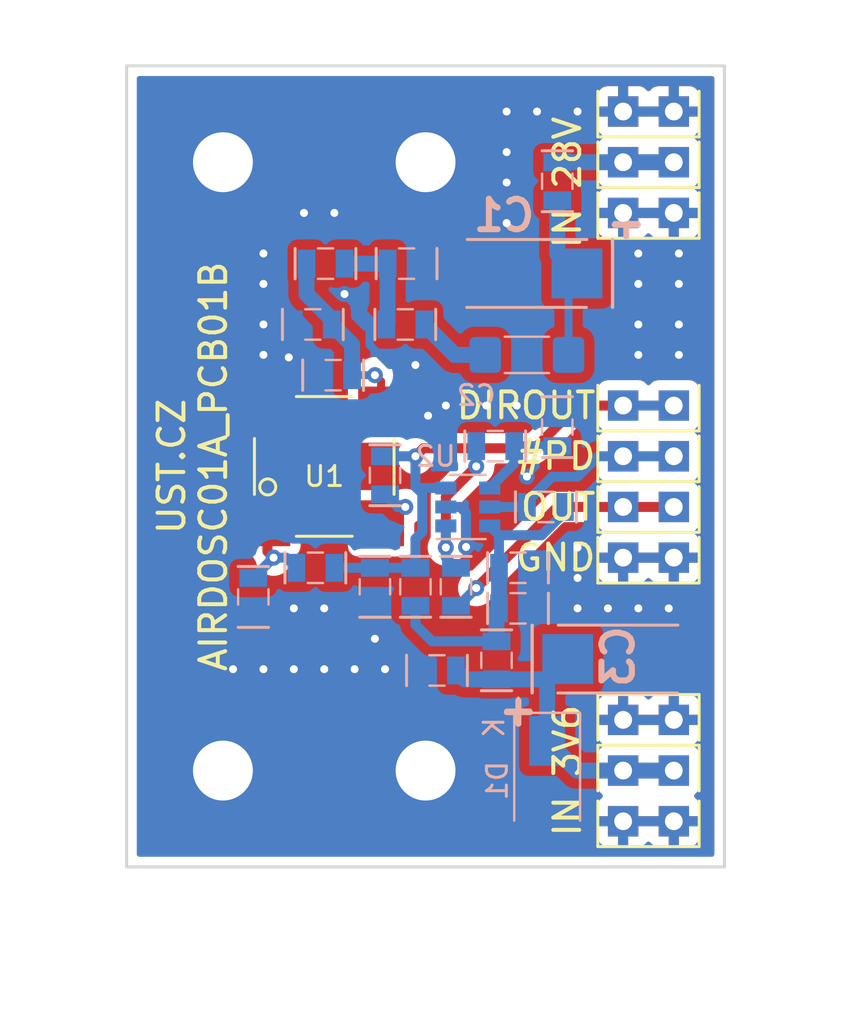
<source format=kicad_pcb>
(kicad_pcb (version 20201002) (generator pcbnew)
  (layers (0 "F.Cu" signal) (31 "B.Cu" signal) (34 "B.Paste" user) (35 "F.Paste" user) (36 "B.SilkS" user "B.Silkscreen") (37 "F.SilkS" user "F.Silkscreen") (38 "B.Mask" user) (39 "F.Mask" user) (44 "Edge.Cuts" user))
  (net 0 "")
  (net 1 "Net-(C1-Pad1)")
  (net 2 "GND")
  (net 3 "Net-(C2-Pad3)")
  (net 4 "/+3V6")
  (net 5 "Net-(C5-Pad1)")
  (net 6 "Net-(C6-Pad1)")
  (net 7 "+3V3")
  (net 8 "/DIRECT_OUT")
  (net 9 "Net-(C10-Pad2)")
  (net 10 "+28V")
  (net 11 "/OUT")
  (net 12 "/#PD")
  (net 13 "Net-(R6-Pad1)")
  (net 14 "Net-(R10-Pad2)")
  (net 15 "Net-(R10-Pad1)")
  (module "Mlab_Mechanical:MountingHole_3mm" (layer "F.Cu") (at 5.207 -5.08)
    (fp_text reference "M2" hide)
    (fp_text value "HOLE" hide)
    (pad "1" thru_hole circle (at 0 0) (size 6 6) (drill 3) (layers *.Cu *.Adhes *.Mask) (net 2 "GND") (clearance 1))
  )
  (module "Mlab_Mechanical:MountingHole_3mm" (layer "F.Cu") (at 5.207 -35.56)
    (fp_text reference "M3" hide)
    (fp_text value "HOLE" hide)
    (pad "1" thru_hole circle (at 0 0) (size 6 6) (drill 3) (layers *.Cu *.Adhes *.Mask) (net 2 "GND") (clearance 1))
  )
  (module "Mlab_Pin_Headers:Straight_2x01" (layer "F.Cu") (at 26.543 -20.828)
    (fp_text reference "J10" hide)
    (fp_text value "HEADER_2x01_PARALLEL" hide)
    (fp_line (start 2.54 -1.016) (end 2.54 1.27) (layer "F.SilkS") (width 0.15))
    (fp_line (start 2.54 1.27) (end -2.54 1.27) (layer "F.SilkS") (width 0.15))
    (fp_line (start -2.54 1.27) (end -2.54 -1.016) (layer "F.SilkS") (width 0.15))
    (pad "1" thru_hole rect (at -1.27 0) (size 1.524 1.524) (drill 0.889) (layers *.Cu *.Mask) (net 12 "/#PD"))
    (pad "2" thru_hole rect (at 1.27 0) (size 1.524 1.524) (drill 0.889) (layers *.Cu *.Mask) (net 12 "/#PD"))
  )
  (module "Mlab_Pin_Headers:Straight_2x01" (layer "F.Cu") (at 26.543 -18.288)
    (fp_text reference "J8" hide)
    (fp_text value "HEADER_2x01_PARALLEL" hide)
    (fp_line (start -2.54 1.27) (end -2.54 -1.016) (layer "F.SilkS") (width 0.15))
    (fp_line (start 2.54 1.27) (end -2.54 1.27) (layer "F.SilkS") (width 0.15))
    (fp_line (start 2.54 -1.016) (end 2.54 1.27) (layer "F.SilkS") (width 0.15))
    (pad "1" thru_hole rect (at -1.27 0) (size 1.524 1.524) (drill 0.889) (layers *.Cu *.Mask) (net 11 "/OUT"))
    (pad "2" thru_hole rect (at 1.27 0) (size 1.524 1.524) (drill 0.889) (layers *.Cu *.Mask) (net 11 "/OUT"))
  )
  (module "Mlab_Pin_Headers:Straight_2x01" (layer "F.Cu") (at 26.543 -2.54)
    (fp_text reference "J4" hide)
    (fp_text value "HEADER_2x01_PARALLEL" hide)
    (fp_line (start 2.54 -1.016) (end 2.54 1.27) (layer "F.SilkS") (width 0.15))
    (fp_line (start 2.54 1.27) (end -2.54 1.27) (layer "F.SilkS") (width 0.15))
    (fp_line (start -2.54 1.27) (end -2.54 -1.016) (layer "F.SilkS") (width 0.15))
    (pad "1" thru_hole rect (at -1.27 0) (size 1.524 1.524) (drill 0.889) (layers *.Cu *.Mask) (net 2 "GND"))
    (pad "2" thru_hole rect (at 1.27 0) (size 1.524 1.524) (drill 0.889) (layers *.Cu *.Mask) (net 2 "GND"))
  )
  (module "Mlab_Pin_Headers:Straight_2x01" (layer "F.Cu") (at 26.543 -15.748)
    (fp_text reference "J9" hide)
    (fp_text value "HEADER_2x01_PARALLEL" hide)
    (fp_line (start 2.54 1.27) (end -2.54 1.27) (layer "F.SilkS") (width 0.15))
    (fp_line (start 2.54 -1.016) (end 2.54 1.27) (layer "F.SilkS") (width 0.15))
    (fp_line (start -2.54 1.27) (end -2.54 -1.016) (layer "F.SilkS") (width 0.15))
    (pad "1" thru_hole rect (at -1.27 0) (size 1.524 1.524) (drill 0.889) (layers *.Cu *.Mask) (net 2 "GND"))
    (pad "2" thru_hole rect (at 1.27 0) (size 1.524 1.524) (drill 0.889) (layers *.Cu *.Mask) (net 2 "GND"))
  )
  (module "Mlab_IO:MicroFC−60035−SMT" (layer "F.Cu") (at 10.287 -20.32)
    (fp_text reference "U1" (at 0 0.5) (layer "F.SilkS"))
    (fp_text value "MICROFC-60035-SMT-TR(1)" hide)
    (fp_line (start -3.5 1.4) (end -3.5 -1.4) (layer "F.SilkS") (width 0.15))
    (fp_line (start 3.5 -1.4) (end 3.5 1.4) (layer "F.SilkS") (width 0.15))
    (fp_line (start 1.4 3.5) (end -1.4 3.5) (layer "F.SilkS") (width 0.15))
    (fp_line (start -1.4 -3.5) (end 1.4 -3.5) (layer "F.SilkS") (width 0.15))
    (fp_circle (center -2.8321 1.0287) (end -2.5019 1.2573) (layer "F.SilkS") (width 0.15))
    (pad "1" smd trapezoid (at -2.85 2.85) (size 2.3 2.3) (layers "F.Cu" "F.Paste" "F.Mask") (net 9 "Net-(C10-Pad2)"))
    (pad "2" smd trapezoid (at 2.85 2.85 90) (size 2.3 2.3) (layers "F.Cu" "F.Paste" "F.Mask") (net 13 "Net-(R6-Pad1)"))
    (pad "3" smd trapezoid (at 2.85 -2.85 180) (size 2.3 2.3) (layers "F.Cu" "F.Paste" "F.Mask") (net 6 "Net-(C6-Pad1)"))
    (pad "4" smd trapezoid (at -2.85 -2.85 270) (size 2.3 2.3) (layers "F.Cu" "F.Paste" "F.Mask"))
  )
  (module "Mlab_Pin_Headers:Straight_2x01" (layer "F.Cu") (at 26.543 -33.02)
    (fp_text reference "J1" hide)
    (fp_text value "HEADER_2x01_PARALLEL" hide)
    (fp_line (start -2.54 1.27) (end -2.54 -1.016) (layer "F.SilkS") (width 0.15))
    (fp_line (start 2.54 -1.016) (end 2.54 1.27) (layer "F.SilkS") (width 0.15))
    (fp_line (start 2.54 1.27) (end -2.54 1.27) (layer "F.SilkS") (width 0.15))
    (pad "1" thru_hole rect (at -1.27 0) (size 1.524 1.524) (drill 0.889) (layers *.Cu *.Mask) (net 2 "GND"))
    (pad "2" thru_hole rect (at 1.27 0) (size 1.524 1.524) (drill 0.889) (layers *.Cu *.Mask) (net 2 "GND"))
  )
  (module "Mlab_Pin_Headers:Straight_2x01" (layer "F.Cu") (at 26.543 -35.56)
    (fp_text reference "J2" hide)
    (fp_text value "HEADER_2x01_PARALLEL" hide)
    (fp_line (start -2.54 1.27) (end -2.54 -1.016) (layer "F.SilkS") (width 0.15))
    (fp_line (start 2.54 -1.016) (end 2.54 1.27) (layer "F.SilkS") (width 0.15))
    (fp_line (start 2.54 1.27) (end -2.54 1.27) (layer "F.SilkS") (width 0.15))
    (pad "1" thru_hole rect (at -1.27 0) (size 1.524 1.524) (drill 0.889) (layers *.Cu *.Mask) (net 10 "+28V"))
    (pad "2" thru_hole rect (at 1.27 0) (size 1.524 1.524) (drill 0.889) (layers *.Cu *.Mask) (net 10 "+28V"))
  )
  (module "Mlab_Pin_Headers:Straight_2x01" (layer "F.Cu") (at 26.543 -38.1)
    (fp_text reference "J3" hide)
    (fp_text value "HEADER_2x01_PARALLEL" hide)
    (fp_line (start 2.54 -1.016) (end 2.54 1.27) (layer "F.SilkS") (width 0.15))
    (fp_line (start 2.54 1.27) (end -2.54 1.27) (layer "F.SilkS") (width 0.15))
    (fp_line (start -2.54 1.27) (end -2.54 -1.016) (layer "F.SilkS") (width 0.15))
    (pad "1" thru_hole rect (at -1.27 0) (size 1.524 1.524) (drill 0.889) (layers *.Cu *.Mask) (net 2 "GND"))
    (pad "2" thru_hole rect (at 1.27 0) (size 1.524 1.524) (drill 0.889) (layers *.Cu *.Mask) (net 2 "GND"))
  )
  (module "Mlab_Pin_Headers:Straight_2x01" (layer "F.Cu") (at 26.543 -5.08 180)
    (fp_text reference "J5" hide)
    (fp_text value "HEADER_2x01_PARALLEL" hide)
    (fp_line (start -2.54 1.27) (end -2.54 -1.016) (layer "F.SilkS") (width 0.15))
    (fp_line (start 2.54 -1.016) (end 2.54 1.27) (layer "F.SilkS") (width 0.15))
    (fp_line (start 2.54 1.27) (end -2.54 1.27) (layer "F.SilkS") (width 0.15))
    (pad "1" thru_hole rect (at -1.27 0 180) (size 1.524 1.524) (drill 0.889) (layers *.Cu *.Mask) (net 4 "/+3V6"))
    (pad "2" thru_hole rect (at 1.27 0 180) (size 1.524 1.524) (drill 0.889) (layers *.Cu *.Mask) (net 4 "/+3V6"))
  )
  (module "Mlab_Pin_Headers:Straight_2x01" (layer "F.Cu") (at 26.543 -7.62 180)
    (fp_text reference "J6" hide)
    (fp_text value "HEADER_2x01_PARALLEL" hide)
    (fp_line (start 2.54 1.27) (end -2.54 1.27) (layer "F.SilkS") (width 0.15))
    (fp_line (start -2.54 1.27) (end -2.54 -1.016) (layer "F.SilkS") (width 0.15))
    (fp_line (start 2.54 -1.016) (end 2.54 1.27) (layer "F.SilkS") (width 0.15))
    (pad "1" thru_hole rect (at -1.27 0 180) (size 1.524 1.524) (drill 0.889) (layers *.Cu *.Mask) (net 2 "GND"))
    (pad "2" thru_hole rect (at 1.27 0 180) (size 1.524 1.524) (drill 0.889) (layers *.Cu *.Mask) (net 2 "GND"))
  )
  (module "Mlab_Pin_Headers:Straight_2x01" (layer "F.Cu") (at 26.543 -23.368)
    (fp_text reference "J7" hide)
    (fp_text value "HEADER_2x01_PARALLEL" hide)
    (fp_line (start -2.54 1.27) (end -2.54 -1.016) (layer "F.SilkS") (width 0.15))
    (fp_line (start 2.54 -1.016) (end 2.54 1.27) (layer "F.SilkS") (width 0.15))
    (fp_line (start 2.54 1.27) (end -2.54 1.27) (layer "F.SilkS") (width 0.15))
    (pad "1" thru_hole rect (at -1.27 0) (size 1.524 1.524) (drill 0.889) (layers *.Cu *.Mask) (net 8 "/DIRECT_OUT"))
    (pad "2" thru_hole rect (at 1.27 0) (size 1.524 1.524) (drill 0.889) (layers *.Cu *.Mask) (net 8 "/DIRECT_OUT"))
  )
  (module "Mlab_Mechanical:MountingHole_3mm" (layer "F.Cu") (at 15.367 -5.08)
    (fp_text reference "M1" hide)
    (fp_text value "HOLE" hide)
    (pad "1" thru_hole circle (at 0 0) (size 6 6) (drill 3) (layers *.Cu *.Adhes *.Mask) (net 2 "GND") (clearance 1))
  )
  (module "Mlab_Mechanical:MountingHole_3mm" (layer "F.Cu") (at 15.367 -35.56)
    (fp_text reference "M4" hide)
    (fp_text value "HOLE" hide)
    (pad "1" thru_hole circle (at 0 0) (size 6 6) (drill 3) (layers *.Cu *.Adhes *.Mask) (net 2 "GND") (clearance 1))
  )
  (module "Mlab_R:SMD-0805" (layer "B.Cu") (at 14.4145 -30.48)
    (fp_text reference "C5")
    (fp_text value "100nF")
    (fp_line (start 1.524 0.762) (end 1.524 -0.762) (layer "B.SilkS") (width 0.15))
    (fp_line (start -0.381 -0.762) (end 0.381 -0.762) (layer "B.SilkS") (width 0.12))
    (fp_line (start -1.524 -0.762) (end -1.524 0.762) (layer "B.SilkS") (width 0.15))
    (fp_line (start -0.381 0.762) (end 0.381 0.762) (layer "B.SilkS") (width 0.12))
    (pad "1" smd rect (at -0.9525 0) (size 0.889 1.397) (layers "B.Cu" "B.Paste" "B.Mask") (net 5 "Net-(C5-Pad1)"))
    (pad "2" smd rect (at 0.9525 0) (size 0.889 1.397) (layers "B.Cu" "B.Paste" "B.Mask") (net 2 "GND"))
  )
  (module "Mlab_R:SMD-0805" (layer "B.Cu") (at 18.8595 -21.336)
    (fp_text reference "R10")
    (fp_text value "1k")
    (fp_line (start -0.381 -0.762) (end 0.381 -0.762) (layer "B.SilkS") (width 0.12))
    (fp_line (start 1.524 0.762) (end 1.524 -0.762) (layer "B.SilkS") (width 0.15))
    (fp_line (start -0.381 0.762) (end 0.381 0.762) (layer "B.SilkS") (width 0.12))
    (fp_line (start -1.524 -0.762) (end -1.524 0.762) (layer "B.SilkS") (width 0.15))
    (pad "1" smd rect (at -0.9525 0) (size 0.889 1.397) (layers "B.Cu" "B.Paste" "B.Mask") (net 15 "Net-(R10-Pad1)"))
    (pad "2" smd rect (at 0.9525 0) (size 0.889 1.397) (layers "B.Cu" "B.Paste" "B.Mask") (net 14 "Net-(R10-Pad2)"))
  )
  (module "Mlab_R:SMD-0805" (layer "B.Cu") (at 18.923 -10.6045 -90)
    (fp_text reference "R3")
    (fp_text value "100R")
    (fp_line (start -1.524 -0.762) (end -1.524 0.762) (layer "B.SilkS") (width 0.15))
    (fp_line (start -0.381 -0.762) (end 0.381 -0.762) (layer "B.SilkS") (width 0.12))
    (fp_line (start 1.524 0.762) (end 1.524 -0.762) (layer "B.SilkS") (width 0.15))
    (fp_line (start -0.381 0.762) (end 0.381 0.762) (layer "B.SilkS") (width 0.12))
    (pad "1" smd rect (at -0.9525 0 270) (size 0.889 1.397) (layers "B.Cu" "B.Paste" "B.Mask") (net 7 "+3V3"))
    (pad "2" smd rect (at 0.9525 0 270) (size 0.889 1.397) (layers "B.Cu" "B.Paste" "B.Mask") (net 4 "/+3V6"))
  )
  (module "Mlab_R:SMD-0805" (layer "B.Cu") (at 15.9385 -10.0965 180)
    (fp_text reference "C4")
    (fp_text value "10u")
    (fp_line (start -0.381 0.762) (end 0.381 0.762) (layer "B.SilkS") (width 0.12))
    (fp_line (start 1.524 0.762) (end 1.524 -0.762) (layer "B.SilkS") (width 0.15))
    (fp_line (start -1.524 -0.762) (end -1.524 0.762) (layer "B.SilkS") (width 0.15))
    (fp_line (start -0.381 -0.762) (end 0.381 -0.762) (layer "B.SilkS") (width 0.12))
    (pad "1" smd rect (at -0.9525 0 180) (size 0.889 1.397) (layers "B.Cu" "B.Paste" "B.Mask") (net 4 "/+3V6"))
    (pad "2" smd rect (at 0.9525 0 180) (size 0.889 1.397) (layers "B.Cu" "B.Paste" "B.Mask") (net 2 "GND"))
  )
  (module "Mlab_D:Diode-SMA_Standard" (layer "B.Cu") (at 21.463 -4.572 -90)
    (fp_text reference "D1" (at 0 2.5 -90) (layer "B.SilkS") (effects (justify mirror)))
    (fp_text value "M4" hide)
    (fp_text user "K" (at -2.667 2.667 -90) (layer "B.SilkS") (effects (justify mirror)))
    (fp_line (start -3.4 1.65) (end -3.4 -1.65) (layer "B.SilkS") (width 0.12))
    (fp_line (start -3.4 1.65) (end 2 1.65) (layer "B.SilkS") (width 0.12))
    (fp_line (start -3.4 -1.65) (end 2 -1.65) (layer "B.SilkS") (width 0.12))
    (pad "1" smd rect (at -2 0 270) (size 2.5 1.8) (layers "B.Cu" "B.Paste" "B.Mask") (net 4 "/+3V6"))
    (pad "2" smd rect (at 2 0 270) (size 2.5 1.8) (layers "B.Cu" "B.Paste" "B.Mask") (net 2 "GND"))
  )
  (module "Mlab_R:SMD-0805" (layer "B.Cu") (at 20.0025 -13.208)
    (fp_text reference "C7")
    (fp_text value "10u")
    (fp_line (start -0.381 0.762) (end 0.381 0.762) (layer "B.SilkS") (width 0.12))
    (fp_line (start -1.524 -0.762) (end -1.524 0.762) (layer "B.SilkS") (width 0.15))
    (fp_line (start 1.524 0.762) (end 1.524 -0.762) (layer "B.SilkS") (width 0.15))
    (fp_line (start -0.381 -0.762) (end 0.381 -0.762) (layer "B.SilkS") (width 0.12))
    (pad "1" smd rect (at -0.9525 0) (size 0.889 1.397) (layers "B.Cu" "B.Paste" "B.Mask") (net 7 "+3V3"))
    (pad "2" smd rect (at 0.9525 0) (size 0.889 1.397) (layers "B.Cu" "B.Paste" "B.Mask") (net 2 "GND"))
  )
  (module "Mlab_C:TantalC_SizeC_Reflow" (layer "B.Cu") (at 25.019 -10.668)
    (fp_text reference "C3" (at 0 -0.127 90) (layer "B.SilkS") (effects (font (size 1.524 1.524) (thickness 0.3048)) (justify mirror)))
    (fp_text value "47uF" hide)
    (fp_text user "+" (at -4.99872 2.55016) (layer "B.SilkS") (effects (font (size 1.524 1.524) (thickness 0.3048)) (justify mirror)))
    (fp_line (start -4.30022 1.69926) (end -4.30022 -1.69926) (layer "B.SilkS") (width 0.15))
    (fp_line (start 2.97688 1.7018) (end -3.0226 1.7018) (layer "B.SilkS") (width 0.15))
    (fp_line (start -4.318 1.7018) (end -4.318 -1.69672) (layer "B.SilkS") (width 0.15))
    (fp_line (start 2.99974 -1.69926) (end -2.99974 -1.69926) (layer "B.SilkS") (width 0.15))
    (fp_line (start -5.6007 2.5527) (end -4.40182 2.5527) (layer "B.SilkS") (width 0.15))
    (fp_line (start -5.00126 3.05308) (end -5.00126 1.95326) (layer "B.SilkS") (width 0.15))
    (pad "1" smd rect (at -2.52476 0) (size 2.55016 2.49936) (layers "B.Cu" "B.Paste" "B.Mask") (net 4 "/+3V6"))
    (pad "2" smd rect (at 2.52476 0) (size 2.55016 2.49936) (layers "B.Cu" "B.Paste" "B.Mask") (net 2 "GND"))
  )
  (module "Mlab_R:SMD-0805" (layer "B.Cu") (at 20.0025 -15.24)
    (fp_text reference "C8")
    (fp_text value "100nF")
    (fp_line (start -0.381 0.762) (end 0.381 0.762) (layer "B.SilkS") (width 0.12))
    (fp_line (start 1.524 0.762) (end 1.524 -0.762) (layer "B.SilkS") (width 0.15))
    (fp_line (start -1.524 -0.762) (end -1.524 0.762) (layer "B.SilkS") (width 0.15))
    (fp_line (start -0.381 -0.762) (end 0.381 -0.762) (layer "B.SilkS") (width 0.12))
    (pad "1" smd rect (at -0.9525 0) (size 0.889 1.397) (layers "B.Cu" "B.Paste" "B.Mask") (net 7 "+3V3"))
    (pad "2" smd rect (at 0.9525 0) (size 0.889 1.397) (layers "B.Cu" "B.Paste" "B.Mask") (net 2 "GND"))
  )
  (module "Mlab_R:SMD-0805" (layer "B.Cu") (at 14.351 -27.432)
    (fp_text reference "R2")
    (fp_text value "10R")
    (fp_line (start -1.524 -0.762) (end -1.524 0.762) (layer "B.SilkS") (width 0.15))
    (fp_line (start -0.381 -0.762) (end 0.381 -0.762) (layer "B.SilkS") (width 0.12))
    (fp_line (start 1.524 0.762) (end 1.524 -0.762) (layer "B.SilkS") (width 0.15))
    (fp_line (start -0.381 0.762) (end 0.381 0.762) (layer "B.SilkS") (width 0.12))
    (pad "1" smd rect (at -0.9525 0) (size 0.889 1.397) (layers "B.Cu" "B.Paste" "B.Mask") (net 5 "Net-(C5-Pad1)"))
    (pad "2" smd rect (at 0.9525 0) (size 0.889 1.397) (layers "B.Cu" "B.Paste" "B.Mask") (net 3 "Net-(C2-Pad3)"))
  )
  (module "Mlab_R:SMD-0805" (layer "B.Cu") (at 9.7155 -27.432 180)
    (fp_text reference "C6")
    (fp_text value "10nF")
    (fp_line (start -0.381 -0.762) (end 0.381 -0.762) (layer "B.SilkS") (width 0.12))
    (fp_line (start 1.524 0.762) (end 1.524 -0.762) (layer "B.SilkS") (width 0.15))
    (fp_line (start -1.524 -0.762) (end -1.524 0.762) (layer "B.SilkS") (width 0.15))
    (fp_line (start -0.381 0.762) (end 0.381 0.762) (layer "B.SilkS") (width 0.12))
    (pad "1" smd rect (at -0.9525 0 180) (size 0.889 1.397) (layers "B.Cu" "B.Paste" "B.Mask") (net 6 "Net-(C6-Pad1)"))
    (pad "2" smd rect (at 0.9525 0 180) (size 0.889 1.397) (layers "B.Cu" "B.Paste" "B.Mask") (net 2 "GND"))
  )
  (module "Mlab_C:TantalC_SizeC_Reflow" (layer "B.Cu") (at 20.43176 -29.98724 180)
    (fp_text reference "C1" (at 1.12776 2.90576 180) (layer "B.SilkS") (effects (font (size 1.524 1.524) (thickness 0.3048)) (justify mirror)))
    (fp_text value "15uF/35V" hide)
    (fp_text user "+" (at -4.99872 2.55016 180) (layer "B.SilkS") (effects (font (size 1.524 1.524) (thickness 0.3048)) (justify mirror)))
    (fp_line (start 2.99974 -1.69926) (end -2.99974 -1.69926) (layer "B.SilkS") (width 0.15))
    (fp_line (start -4.318 1.7018) (end -4.318 -1.69672) (layer "B.SilkS") (width 0.15))
    (fp_line (start -4.30022 1.69926) (end -4.30022 -1.69926) (layer "B.SilkS") (width 0.15))
    (fp_line (start 2.97688 1.7018) (end -3.0226 1.7018) (layer "B.SilkS") (width 0.15))
    (fp_line (start -5.00126 3.05308) (end -5.00126 1.95326) (layer "B.SilkS") (width 0.15))
    (fp_line (start -5.6007 2.5527) (end -4.40182 2.5527) (layer "B.SilkS") (width 0.15))
    (pad "1" smd rect (at -2.52476 0 180) (size 2.55016 2.49936) (layers "B.Cu" "B.Paste" "B.Mask") (net 1 "Net-(C1-Pad1)"))
    (pad "2" smd rect (at 2.52476 0 180) (size 2.55016 2.49936) (layers "B.Cu" "B.Paste" "B.Mask") (net 2 "GND"))
  )
  (module "Mlab_L:FIR_1806" (layer "B.Cu") (at 20.447 -25.908 180)
    (fp_text reference "C2" (at 2.54 -2.032 180) (layer "B.SilkS") (effects (justify mirror)))
    (fp_text value "1u5/50V - NFM41PC155B1H3L" hide)
    (fp_line (start -1.111252 -0.91) (end 1.111252 -0.91) (layer "B.SilkS") (width 0.12))
    (fp_line (start -1.111252 0.91) (end 1.111252 0.91) (layer "B.SilkS") (width 0.12))
    (pad "1" smd roundrect (at -2.0875 0 180) (size 1.575 1.8) (layers "B.Cu" "B.Paste" "B.Mask") (roundrect_rratio 0.1587301587301587) (net 1 "Net-(C1-Pad1)"))
    (pad "2" smd trapezoid (at 0 0 180) (size 1.5 3) (layers "B.Cu" "B.Paste" "B.Mask") (net 2 "GND"))
    (pad "3" smd roundrect (at 2.0875 0 180) (size 1.575 1.8) (layers "B.Cu" "B.Paste" "B.Mask") (roundrect_rratio 0.159) (net 3 "Net-(C2-Pad3)"))
  )
  (module "Mlab_R:SMD-0805" (layer "B.Cu") (at 10.7315 -24.892 180)
    (fp_text reference "C9")
    (fp_text value "10nF")
    (fp_line (start -0.381 0.762) (end 0.381 0.762) (layer "B.SilkS") (width 0.12))
    (fp_line (start -1.524 -0.762) (end -1.524 0.762) (layer "B.SilkS") (width 0.15))
    (fp_line (start 1.524 0.762) (end 1.524 -0.762) (layer "B.SilkS") (width 0.15))
    (fp_line (start -0.381 -0.762) (end 0.381 -0.762) (layer "B.SilkS") (width 0.12))
    (pad "1" smd rect (at -0.9525 0 180) (size 0.889 1.397) (layers "B.Cu" "B.Paste" "B.Mask") (net 6 "Net-(C6-Pad1)"))
    (pad "2" smd rect (at 0.9525 0 180) (size 0.889 1.397) (layers "B.Cu" "B.Paste" "B.Mask") (net 2 "GND"))
  )
  (module "Mlab_R:SMD-0805" (layer "B.Cu") (at 9.8425 -15.24 180)
    (fp_text reference "C10")
    (fp_text value "-")
    (fp_line (start 1.524 0.762) (end 1.524 -0.762) (layer "B.SilkS") (width 0.15))
    (fp_line (start -1.524 -0.762) (end -1.524 0.762) (layer "B.SilkS") (width 0.15))
    (fp_line (start -0.381 0.762) (end 0.381 0.762) (layer "B.SilkS") (width 0.12))
    (fp_line (start -0.381 -0.762) (end 0.381 -0.762) (layer "B.SilkS") (width 0.12))
    (pad "1" smd rect (at -0.9525 0 180) (size 0.889 1.397) (layers "B.Cu" "B.Paste" "B.Mask") (net 8 "/DIRECT_OUT"))
    (pad "2" smd rect (at 0.9525 0 180) (size 0.889 1.397) (layers "B.Cu" "B.Paste" "B.Mask") (net 9 "Net-(C10-Pad2)"))
  )
  (module "Mlab_R:SMD-0805" (layer "B.Cu") (at 21.971 -34.6075 90)
    (fp_text reference "R1")
    (fp_text value "1k")
    (fp_line (start -0.381 -0.762) (end 0.381 -0.762) (layer "B.SilkS") (width 0.12))
    (fp_line (start 1.524 0.762) (end 1.524 -0.762) (layer "B.SilkS") (width 0.15))
    (fp_line (start -1.524 -0.762) (end -1.524 0.762) (layer "B.SilkS") (width 0.15))
    (fp_line (start -0.381 0.762) (end 0.381 0.762) (layer "B.SilkS") (width 0.12))
    (pad "1" smd rect (at -0.9525 0 90) (size 0.889 1.397) (layers "B.Cu" "B.Paste" "B.Mask") (net 1 "Net-(C1-Pad1)"))
    (pad "2" smd rect (at 0.9525 0 90) (size 0.889 1.397) (layers "B.Cu" "B.Paste" "B.Mask") (net 10 "+28V"))
  )
  (module "Mlab_R:SMD-0805" (layer "B.Cu") (at 10.3505 -30.48)
    (fp_text reference "R4")
    (fp_text value "10R")
    (fp_line (start -1.524 -0.762) (end -1.524 0.762) (layer "B.SilkS") (width 0.15))
    (fp_line (start 1.524 0.762) (end 1.524 -0.762) (layer "B.SilkS") (width 0.15))
    (fp_line (start -0.381 -0.762) (end 0.381 -0.762) (layer "B.SilkS") (width 0.12))
    (fp_line (start -0.381 0.762) (end 0.381 0.762) (layer "B.SilkS") (width 0.12))
    (pad "1" smd rect (at -0.9525 0) (size 0.889 1.397) (layers "B.Cu" "B.Paste" "B.Mask") (net 6 "Net-(C6-Pad1)"))
    (pad "2" smd rect (at 0.9525 0) (size 0.889 1.397) (layers "B.Cu" "B.Paste" "B.Mask") (net 5 "Net-(C5-Pad1)"))
  )
  (module "Mlab_R:SMD-0805" (layer "B.Cu") (at 6.731 -13.7795 90)
    (fp_text reference "R5")
    (fp_text value "0R")
    (fp_line (start -0.381 0.762) (end 0.381 0.762) (layer "B.SilkS") (width 0.12))
    (fp_line (start -1.524 -0.762) (end -1.524 0.762) (layer "B.SilkS") (width 0.15))
    (fp_line (start -0.381 -0.762) (end 0.381 -0.762) (layer "B.SilkS") (width 0.12))
    (fp_line (start 1.524 0.762) (end 1.524 -0.762) (layer "B.SilkS") (width 0.15))
    (pad "1" smd rect (at -0.9525 0 90) (size 0.889 1.397) (layers "B.Cu" "B.Paste" "B.Mask") (net 2 "GND"))
    (pad "2" smd rect (at 0.9525 0 90) (size 0.889 1.397) (layers "B.Cu" "B.Paste" "B.Mask") (net 9 "Net-(C10-Pad2)"))
  )
  (module "Mlab_R:SMD-0805" (layer "B.Cu") (at 13.335 -19.8755 90)
    (fp_text reference "R6")
    (fp_text value "0R")
    (fp_line (start 1.524 0.762) (end 1.524 -0.762) (layer "B.SilkS") (width 0.15))
    (fp_line (start -0.381 0.762) (end 0.381 0.762) (layer "B.SilkS") (width 0.12))
    (fp_line (start -0.381 -0.762) (end 0.381 -0.762) (layer "B.SilkS") (width 0.12))
    (fp_line (start -1.524 -0.762) (end -1.524 0.762) (layer "B.SilkS") (width 0.15))
    (pad "1" smd rect (at -0.9525 0 90) (size 0.889 1.397) (layers "B.Cu" "B.Paste" "B.Mask") (net 13 "Net-(R6-Pad1)"))
    (pad "2" smd rect (at 0.9525 0 90) (size 0.889 1.397) (layers "B.Cu" "B.Paste" "B.Mask") (net 8 "/DIRECT_OUT"))
  )
  (module "Mlab_R:SMD-0805" (layer "B.Cu") (at 14.859 -14.2875 90)
    (fp_text reference "R7")
    (fp_text value "2k")
    (fp_line (start -1.524 -0.762) (end -1.524 0.762) (layer "B.SilkS") (width 0.15))
    (fp_line (start -0.381 0.762) (end 0.381 0.762) (layer "B.SilkS") (width 0.12))
    (fp_line (start 1.524 0.762) (end 1.524 -0.762) (layer "B.SilkS") (width 0.15))
    (fp_line (start -0.381 -0.762) (end 0.381 -0.762) (layer "B.SilkS") (width 0.12))
    (pad "1" smd rect (at -0.9525 0 90) (size 0.889 1.397) (layers "B.Cu" "B.Paste" "B.Mask") (net 7 "+3V3"))
    (pad "2" smd rect (at 0.9525 0 90) (size 0.889 1.397) (layers "B.Cu" "B.Paste" "B.Mask") (net 8 "/DIRECT_OUT"))
  )
  (module "Mlab_R:SMD-0805" (layer "B.Cu") (at 12.827 -14.2875 -90)
    (fp_text reference "R8")
    (fp_text value "2k")
    (fp_line (start -0.381 -0.762) (end 0.381 -0.762) (layer "B.SilkS") (width 0.12))
    (fp_line (start 1.524 0.762) (end 1.524 -0.762) (layer "B.SilkS") (width 0.15))
    (fp_line (start -1.524 -0.762) (end -1.524 0.762) (layer "B.SilkS") (width 0.15))
    (fp_line (start -0.381 0.762) (end 0.381 0.762) (layer "B.SilkS") (width 0.12))
    (pad "1" smd rect (at -0.9525 0 270) (size 0.889 1.397) (layers "B.Cu" "B.Paste" "B.Mask") (net 8 "/DIRECT_OUT"))
    (pad "2" smd rect (at 0.9525 0 270) (size 0.889 1.397) (layers "B.Cu" "B.Paste" "B.Mask") (net 2 "GND"))
  )
  (module "Mlab_R:SMD-0805" (layer "B.Cu") (at 21.971 -22.2885 90)
    (fp_text reference "R9")
    (fp_text value "1k")
    (fp_line (start -0.381 -0.762) (end 0.381 -0.762) (layer "B.SilkS") (width 0.12))
    (fp_line (start -1.524 -0.762) (end -1.524 0.762) (layer "B.SilkS") (width 0.15))
    (fp_line (start 1.524 0.762) (end 1.524 -0.762) (layer "B.SilkS") (width 0.15))
    (fp_line (start -0.381 0.762) (end 0.381 0.762) (layer "B.SilkS") (width 0.12))
    (pad "1" smd rect (at -0.9525 0 90) (size 0.889 1.397) (layers "B.Cu" "B.Paste" "B.Mask") (net 14 "Net-(R10-Pad2)"))
    (pad "2" smd rect (at 0.9525 0 90) (size 0.889 1.397) (layers "B.Cu" "B.Paste" "B.Mask") (net 2 "GND"))
  )
  (module "Mlab_R:SMD-0805" (layer "B.Cu") (at 21.3995 -18.288 180)
    (fp_text reference "R11")
    (fp_text value "0R")
    (fp_line (start -0.381 -0.762) (end 0.381 -0.762) (layer "B.SilkS") (width 0.12))
    (fp_line (start -1.524 -0.762) (end -1.524 0.762) (layer "B.SilkS") (width 0.15))
    (fp_line (start 1.524 0.762) (end 1.524 -0.762) (layer "B.SilkS") (width 0.15))
    (fp_line (start -0.381 0.762) (end 0.381 0.762) (layer "B.SilkS") (width 0.12))
    (pad "1" smd rect (at -0.9525 0 180) (size 0.889 1.397) (layers "B.Cu" "B.Paste" "B.Mask") (net 7 "+3V3"))
    (pad "2" smd rect (at 0.9525 0 180) (size 0.889 1.397) (layers "B.Cu" "B.Paste" "B.Mask") (net 12 "/#PD"))
  )
  (module "Mlab_R:SMD-0805" (layer "B.Cu") (at 16.891 -14.2875 90)
    (fp_text reference "R12")
    (fp_text value "1k")
    (fp_line (start 1.524 0.762) (end 1.524 -0.762) (layer "B.SilkS") (width 0.15))
    (fp_line (start -1.524 -0.762) (end -1.524 0.762) (layer "B.SilkS") (width 0.15))
    (fp_line (start -0.381 0.762) (end 0.381 0.762) (layer "B.SilkS") (width 0.12))
    (fp_line (start -0.381 -0.762) (end 0.381 -0.762) (layer "B.SilkS") (width 0.12))
    (pad "1" smd rect (at -0.9525 0 90) (size 0.889 1.397) (layers "B.Cu" "B.Paste" "B.Mask") (net 11 "/OUT"))
    (pad "2" smd rect (at 0.9525 0 90) (size 0.889 1.397) (layers "B.Cu" "B.Paste" "B.Mask") (net 15 "Net-(R10-Pad1)"))
  )
  (module "Package_TO_SOT_SMD:SOT-23-6" (layer "B.Cu") (at 17.483 -18.288)
    (fp_text reference "U2" (at -1.608 -2.54) (layer "B.SilkS") (effects (justify mirror)))
    (fp_text value "OPA836IDB" hide)
    (fp_line (start -0.9 -1.61) (end 0.9 -1.61) (layer "B.SilkS") (width 0.12))
    (fp_line (start 0.9 1.61) (end -1.55 1.61) (layer "B.SilkS") (width 0.12))
    (pad "1" smd rect (at -1.1 0.95) (size 1.06 0.65) (layers "B.Cu" "B.Paste" "B.Mask") (net 15 "Net-(R10-Pad1)"))
    (pad "2" smd rect (at -1.1 0) (size 1.06 0.65) (layers "B.Cu" "B.Paste" "B.Mask") (net 2 "GND"))
    (pad "3" smd rect (at -1.1 -0.95) (size 1.06 0.65) (layers "B.Cu" "B.Paste" "B.Mask") (net 8 "/DIRECT_OUT"))
    (pad "4" smd rect (at 1.1 -0.95) (size 1.06 0.65) (layers "B.Cu" "B.Paste" "B.Mask") (net 14 "Net-(R10-Pad2)"))
    (pad "5" smd rect (at 1.1 0) (size 1.06 0.65) (layers "B.Cu" "B.Paste" "B.Mask") (net 12 "/#PD"))
    (pad "6" smd rect (at 1.1 0.95) (size 1.06 0.65) (layers "B.Cu" "B.Paste" "B.Mask") (net 7 "+3V3"))
  )
  (gr_line (start 30.353 -0.254) (end 30.353 -40.386) (layer "Edge.Cuts") (width 0.15))
  (gr_line (start 0.381 -0.254) (end 0.381 -40.386) (layer "Edge.Cuts") (width 0.15))
  (gr_line (start 0.381 -0.254) (end 30.353 -0.254) (layer "Edge.Cuts") (width 0.15))
  (gr_line (start 0.381 -40.386) (end 30.353 -40.386) (layer "Edge.Cuts") (width 0.15))
  (gr_text "#PD" (at 24.003 -20.828) (layer "F.SilkS") (effects (font (size 1.3 1.3) (thickness 0.2)) (justify right)))
  (gr_text "OUT" (at 24.003 -18.288) (layer "F.SilkS") (effects (font (size 1.3 1.3) (thickness 0.2)) (justify right)))
  (gr_text "GND" (at 24.003 -15.748) (layer "F.SilkS") (effects (font (size 1.3 1.3) (thickness 0.2)) (justify right)))
  (gr_text "IN 28V" (at 22.479 -34.544 90) (layer "F.SilkS") (effects (font (size 1.3 1.3) (thickness 0.2))))
  (gr_text "IN 3V6" (at 22.479 -5.08 90) (layer "F.SilkS") (effects (font (size 1.3 1.3) (thickness 0.2))))
  (gr_text "UST.CZ\nAIRDOSC01A_PCB01B" (at 3.683 -20.32 90) (layer "F.SilkS") (effects (font (size 1.3 1.3) (thickness 0.2))))
  (gr_text "DIROUT" (at 24.003 -23.368) (layer "F.SilkS") (effects (font (size 1.3 1.3) (thickness 0.2)) (justify right)))
  (segment (start 22.5345 -29.56522) (end 22.95652 -29.98724) (width 0.8) (layer "B.Cu") (net 1))
  (segment (start 21.971 -33.655) (end 21.971 -30.97276) (width 0.8) (layer "B.Cu") (net 1))
  (segment (start 22.5345 -25.908) (end 22.5345 -29.56522) (width 0.4) (layer "B.Cu") (net 1))
  (segment (start 21.971 -30.97276) (end 22.95652 -29.98724) (width 0.8) (layer "B.Cu") (net 1))
  (segment (start 7.239 -27.432) (end 7.239 -25.908) (width 0.5) (layer "F.Cu") (net 2))
  (segment (start 19.939 -23.368) (end 18.415 -23.368) (width 0.5) (layer "F.Cu") (net 2))
  (segment (start 10.287 -10.16) (end 8.763 -10.16) (width 0.5) (layer "F.Cu") (net 2))
  (segment (start 19.431 -36.068) (end 19.431 -38.1) (width 0.5) (layer "F.Cu") (net 2))
  (segment (start 7.239 -29.464) (end 7.239 -30.988) (width 0.5) (layer "F.Cu") (net 2))
  (segment (start 19.431 -32.512) (end 19.431 -34.544) (width 0.5) (layer "F.Cu") (net 2))
  (segment (start 7.239 -10.16) (end 5.715 -10.16) (width 0.5) (layer "F.Cu") (net 2))
  (segment (start 22.987 -13.208) (end 22.987 -14.732) (width 0.5) (layer "F.Cu") (net 2))
  (segment (start 13.335 -10.16) (end 11.811 -10.16) (width 0.5) (layer "F.Cu") (net 2))
  (segment (start 27.559 -13.208) (end 26.035 -13.208) (width 0.5) (layer "F.Cu") (net 2))
  (via (at 12.827 -11.684) (size 0.8) (drill 0.4) (layers "F.Cu" "B.Cu") (net 2))
  (via (at 9.271 -33.02) (size 0.8) (drill 0.4) (layers "F.Cu" "B.Cu") (net 2))
  (via (at 10.287 -10.16) (size 0.8) (drill 0.4) (layers "F.Cu" "B.Cu") (net 2))
  (via (at 10.795 -33.02) (size 0.8) (drill 0.4) (layers "F.Cu" "B.Cu") (net 2))
  (via (at 8.763 -13.208) (size 0.8) (drill 0.4) (layers "F.Cu" "B.Cu") (net 2))
  (via (at 20.955 -38.1) (size 0.8) (drill 0.4) (layers "F.Cu" "B.Cu") (net 2))
  (via (at 28.067 -25.908) (size 0.8) (drill 0.4) (layers "F.Cu" "B.Cu") (net 2))
  (via (at 22.987 -16.256) (size 0.8) (drill 0.4) (layers "F.Cu" "B.Cu") (net 2))
  (via (at 18.415 -23.368) (size 0.8) (drill 0.4) (layers "F.Cu" "B.Cu") (net 2))
  (via (at 7.239 -30.988) (size 0.8) (drill 0.4) (layers "F.Cu" "B.Cu") (net 2))
  (via (at 10.287 -13.208) (size 0.8) (drill 0.4) (layers "F.Cu" "B.Cu") (net 2))
  (via (at 26.035 -13.208) (size 0.8) (drill 0.4) (layers "F.Cu" "B.Cu") (net 2))
  (via (at 27.559 -13.208) (size 0.8) (drill 0.4) (layers "F.Cu" "B.Cu") (net 2))
  (via (at 16.383 -23.368) (size 0.8) (drill 0.4) (layers "F.Cu" "B.Cu") (net 2))
  (via (at 17.399 -16.284502) (size 0.8) (drill 0.4) (layers "F.Cu" "B.Cu") (net 2))
  (via (at 26.035 -25.908) (size 0.8) (drill 0.4) (layers "F.Cu" "B.Cu") (net 2))
  (via (at 22.987 -13.208) (size 0.8) (drill 0.4) (layers "F.Cu" "B.Cu") (net 2))
  (via (at 7.239 -29.464) (size 0.8) (drill 0.4) (layers "F.Cu" "B.Cu") (net 2))
  (via (at 22.987 -14.732) (size 0.8) (drill 0.4) (layers "F.Cu" "B.Cu") (net 2))
  (via (at 20.447 -19.812) (size 0.8) (drill 0.4) (layers "F.Cu" "B.Cu") (net 2))
  (via (at 28.067 -27.432) (size 0.8) (drill 0.4) (layers "F.Cu" "B.Cu") (net 2))
  (via (at 24.511 -13.208) (size 0.8) (drill 0.4) (layers "F.Cu" "B.Cu") (net 2))
  (via (at 7.239 -10.16) (size 0.8) (drill 0.4) (layers "F.Cu" "B.Cu") (net 2))
  (via (at 5.715 -10.16) (size 0.8) (drill 0.4) (layers "F.Cu" "B.Cu") (net 2))
  (via (at 8.763 -10.16) (size 0.8) (drill 0.4) (layers "F.Cu" "B.Cu") (net 2))
  (via (at 22.987 -38.1) (size 0.8) (drill 0.4) (layers "F.Cu" "B.Cu") (net 2))
  (via (at 26.035 -27.432) (size 0.8) (drill 0.4) (layers "F.Cu" "B.Cu") (net 2))
  (via (at 11.811 -10.16) (size 0.8) (drill 0.4) (layers "F.Cu" "B.Cu") (net 2))
  (via (at 13.335 -10.16) (size 0.8) (drill 0.4) (layers "F.Cu" "B.Cu") (net 2))
  (via (at 7.239 -27.432) (size 0.8) (drill 0.4) (layers "F.Cu" "B.Cu") (net 2))
  (via (at 11.303 -28.956) (size 0.8) (drill 0.4) (layers "F.Cu" "B.Cu") (net 2))
  (via (at 14.859 -25.4) (size 0.8) (drill 0.4) (layers "F.Cu" "B.Cu") (net 2))
  (via (at 28.067 -29.464) (size 0.8) (drill 0.4) (layers "F.Cu" "B.Cu") (net 2))
  (via (at 28.067 -30.988) (size 0.8) (drill 0.4) (layers "F.Cu" "B.Cu") (net 2))
  (via (at 26.035 -30.988) (size 0.8) (drill 0.4) (layers "F.Cu" "B.Cu") (net 2))
  (via (at 19.431 -36.068) (size 0.8) (drill 0.4) (layers "F.Cu" "B.Cu") (net 2))
  (via (at 7.239 -25.908) (size 0.8) (drill 0.4) (layers "F.Cu" "B.Cu") (net 2))
  (via (at 19.431 -34.544) (size 0.8) (drill 0.4) (layers "F.Cu" "B.Cu") (net 2))
  (via (at 19.431 -32.512) (size 0.8) (drill 0.4) (layers "F.Cu" "B.Cu") (net 2))
  (via (at 15.494 -22.86) (size 0.8) (drill 0.4) (layers "F.Cu" "B.Cu") (net 2))
  (via (at 26.035 -29.464) (size 0.8) (drill 0.4) (layers "F.Cu" "B.Cu") (net 2))
  (via (at 19.939 -23.368) (size 0.8) (drill 0.4) (layers "F.Cu" "B.Cu") (net 2))
  (via (at 8.509 -25.781) (size 0.8) (drill 0.4) (layers "F.Cu" "B.Cu") (net 2))
  (via (at 19.431 -38.1) (size 0.8) (drill 0.4) (layers "F.Cu" "B.Cu") (net 2))
  (segment (start 17.098002 -18.288) (end 17.399 -17.987002) (width 0.5) (layer "B.Cu") (net 2))
  (segment (start 13.3985 -10.0965) (end 13.335 -10.16) (width 0.5) (layer "B.Cu") (net 2))
  (segment (start 22.987 -14.732) (end 22.987 -16.256) (width 0.5) (layer "B.Cu") (net 2))
  (segment (start 14.859 -25.4) (end 13.567498 -25.4) (width 0.4) (layer "B.Cu") (net 2))
  (segment (start 11.811 -10.16) (end 10.287 -10.16) (width 0.5) (layer "B.Cu") (net 2))
  (segment (start 17.399 -17.987002) (end 17.399 -16.284502) (width 0.5) (layer "B.Cu") (net 2))
  (segment (start 21.971 -23.241) (end 20.066 -23.241) (width 0.5) (layer "B.Cu") (net 2))
  (segment (start 17.907 -30.988) (end 19.431 -32.512) (width 0.5) (layer "B.Cu") (net 2))
  (segment (start 17.907 -29.98724) (end 17.907 -30.988) (width 0.5) (layer "B.Cu") (net 2))
  (segment (start 14.986 -10.0965) (end 13.3985 -10.0965) (width 0.5) (layer "B.Cu") (net 2))
  (segment (start 7.239 -27.432) (end 7.239 -29.464) (width 0.5) (layer "B.Cu") (net 2))
  (segment (start 18.415 -23.368) (end 16.383 -23.368) (width 0.5) (layer "B.Cu") (net 2))
  (segment (start 16.383 -18.288) (end 17.098002 -18.288) (width 0.5) (layer "B.Cu") (net 2))
  (segment (start 20.066 -23.241) (end 19.939 -23.368) (width 0.5) (layer "B.Cu") (net 2))
  (segment (start 19.431 -34.544) (end 19.431 -36.068) (width 0.5) (layer "B.Cu") (net 2))
  (segment (start 26.035 -13.208) (end 24.511 -13.208) (width 0.5) (layer "B.Cu") (net 2))
  (segment (start 12.553999 -26.413499) (end 12.553999 -27.705001) (width 0.4) (layer "B.Cu") (net 2))
  (segment (start 13.567498 -25.4) (end 12.553999 -26.413499) (width 0.4) (layer "B.Cu") (net 2))
  (segment (start 27.54376 -10.668) (end 27.54376 -13.19276) (width 0.5) (layer "B.Cu") (net 2))
  (segment (start 27.54376 -13.19276) (end 27.559 -13.208) (width 0.5) (layer "B.Cu") (net 2))
  (segment (start 20.955 -13.208) (end 22.987 -13.208) (width 0.5) (layer "B.Cu") (net 2))
  (segment (start 8.763 -27.432) (end 7.239 -27.432) (width 0.5) (layer "B.Cu") (net 2))
  (segment (start 12.553999 -27.705001) (end 11.303 -28.956) (width 0.4) (layer "B.Cu") (net 2))
  (segment (start 8.763 -10.16) (end 7.239 -10.16) (width 0.5) (layer "B.Cu") (net 2))
  (segment (start 16.8275 -25.908) (end 15.3035 -27.432) (width 0.8) (layer "B.Cu") (net 3))
  (segment (start 18.3595 -25.908) (end 16.8275 -25.908) (width 0.8) (layer "B.Cu") (net 3))
  (segment (start 21.47824 -9.652) (end 22.49424 -10.668) (width 0.8) (layer "B.Cu") (net 4))
  (segment (start 25.273 -5.08) (end 22.955 -5.08) (width 0.8) (layer "B.Cu") (net 4))
  (segment (start 17.3355 -9.652) (end 16.891 -10.0965) (width 0.8) (layer "B.Cu") (net 4))
  (segment (start 21.463 -6.572) (end 21.463 -9.63676) (width 0.8) (layer "B.Cu") (net 4))
  (segment (start 22.955 -5.08) (end 21.463 -6.572) (width 0.8) (layer "B.Cu") (net 4))
  (segment (start 18.923 -9.652) (end 17.3355 -9.652) (width 0.8) (layer "B.Cu") (net 4))
  (segment (start 21.463 -9.63676) (end 22.49424 -10.668) (width 0.8) (layer "B.Cu") (net 4))
  (segment (start 18.923 -9.652) (end 21.47824 -9.652) (width 0.8) (layer "B.Cu") (net 4))
  (segment (start 27.813 -5.08) (end 25.273 -5.08) (width 0.8) (layer "B.Cu") (net 4))
  (segment (start 11.303 -30.48) (end 13.462 -30.48) (width 0.8) (layer "B.Cu") (net 5))
  (segment (start 13.462 -30.48) (end 13.462 -27.4955) (width 0.8) (layer "B.Cu") (net 5))
  (segment (start 13.462 -27.4955) (end 13.3985 -27.432) (width 0.8) (layer "B.Cu") (net 5))
  (segment (start 13.137 -24.582) (end 12.827 -24.892) (width 0.4) (layer "F.Cu") (net 6))
  (segment (start 13.137 -23.32) (end 13.137 -24.582) (width 0.4) (layer "F.Cu") (net 6))
  (via (at 12.827 -24.892) (size 0.8) (drill 0.4) (layers "F.Cu" "B.Cu") (net 6))
  (segment (start 10.668 -27.686) (end 10.668 -27.432) (width 0.8) (layer "B.Cu") (net 6))
  (segment (start 10.668 -27.432) (end 11.684 -26.416) (width 0.8) (layer "B.Cu") (net 6))
  (segment (start 9.398 -28.956) (end 10.668 -27.686) (width 0.8) (layer "B.Cu") (net 6))
  (segment (start 12.827 -24.892) (end 11.684 -24.892) (width 0.4) (layer "B.Cu") (net 6))
  (segment (start 9.398 -30.48) (end 9.398 -28.956) (width 0.8) (layer "B.Cu") (net 6))
  (segment (start 11.684 -26.416) (end 11.684 -24.892) (width 0.8) (layer "B.Cu") (net 6))
  (segment (start 18.923 -13.081) (end 19.05 -13.208) (width 0.8) (layer "B.Cu") (net 7))
  (segment (start 19.05 -16.871) (end 21.189 -16.871) (width 0.5) (layer "B.Cu") (net 7))
  (segment (start 21.189 -16.871) (end 22.352 -18.034) (width 0.5) (layer "B.Cu") (net 7))
  (segment (start 19.05 -15.24) (end 19.05 -16.871) (width 0.5) (layer "B.Cu") (net 7))
  (segment (start 19.05 -13.208) (end 19.05 -15.24) (width 0.8) (layer "B.Cu") (net 7))
  (segment (start 22.352 -18.034) (end 22.352 -18.288) (width 0.5) (layer "B.Cu") (net 7))
  (segment (start 17.7245 -11.557) (end 18.923 -11.557) (width 0.5) (layer "B.Cu") (net 7))
  (segment (start 19.05 -16.871) (end 18.583 -17.338) (width 0.5) (layer "B.Cu") (net 7))
  (segment (start 18.923 -11.557) (end 18.923 -13.081) (width 0.8) (layer "B.Cu") (net 7))
  (segment (start 15.6925 -11.557) (end 17.7245 -11.557) (width 0.5) (layer "B.Cu") (net 7))
  (segment (start 14.859 -12.3905) (end 15.6925 -11.557) (width 0.5) (layer "B.Cu") (net 7))
  (segment (start 14.859 -13.335) (end 14.859 -12.3905) (width 0.5) (layer "B.Cu") (net 7))
  (segment (start 22.987 -23.368) (end 25.273 -23.368) (width 0.5) (layer "F.Cu") (net 8))
  (segment (start 14.859 -20.828) (end 15.258999 -21.227999) (width 0.5) (layer "F.Cu") (net 8))
  (segment (start 20.846999 -21.227999) (end 22.987 -23.368) (width 0.5) (layer "F.Cu") (net 8))
  (segment (start 15.258999 -21.227999) (end 20.846999 -21.227999) (width 0.5) (layer "F.Cu") (net 8))
  (via (at 14.859 -20.828) (size 0.8) (drill 0.4) (layers "F.Cu" "B.Cu") (net 8))
  (segment (start 12.827 -15.24) (end 14.859 -15.24) (width 0.5) (layer "B.Cu") (net 8))
  (segment (start 10.795 -15.24) (end 12.827 -15.24) (width 0.5) (layer "B.Cu") (net 8))
  (segment (start 15.201001 -17.034501) (end 15.201001 -18.961999) (width 0.5) (layer "B.Cu") (net 8))
  (segment (start 14.859 -20.828) (end 14.859 -19.304) (width 0.5) (layer "B.Cu") (net 8))
  (segment (start 13.335 -20.828) (end 14.859 -20.828) (width 0.5) (layer "B.Cu") (net 8))
  (segment (start 14.859 -15.24) (end 14.859 -16.6925) (width 0.5) (layer "B.Cu") (net 8))
  (segment (start 14.925 -19.238) (end 14.859 -19.304) (width 0.5) (layer "B.Cu") (net 8))
  (segment (start 27.813 -23.368) (end 25.273 -23.368) (width 0.5) (layer "B.Cu") (net 8))
  (segment (start 16.383 -19.238) (end 14.925 -19.238) (width 0.5) (layer "B.Cu") (net 8))
  (segment (start 15.201001 -18.961999) (end 14.859 -19.304) (width 0.5) (layer "B.Cu") (net 8))
  (segment (start 14.859 -16.6925) (end 15.201001 -17.034501) (width 0.5) (layer "B.Cu") (net 8))
  (segment (start 7.437 -16.058) (end 7.747 -15.748) (width 0.5) (layer "F.Cu") (net 9))
  (segment (start 7.437 -17.32) (end 7.437 -16.058) (width 0.5) (layer "F.Cu") (net 9))
  (via (at 7.747 -15.748) (size 0.8) (drill 0.4) (layers "F.Cu" "B.Cu") (net 9))
  (segment (start 7.747 -15.748) (end 8.382 -15.748) (width 0.5) (layer "B.Cu") (net 9))
  (segment (start 8.382 -15.748) (end 8.89 -15.24) (width 0.5) (layer "B.Cu") (net 9))
  (segment (start 6.731 -14.732) (end 7.747 -15.748) (width 0.5) (layer "B.Cu") (net 9))
  (segment (start 27.813 -35.56) (end 25.273 -35.56) (width 0.8) (layer "B.Cu") (net 10))
  (segment (start 25.273 -35.56) (end 21.971 -35.56) (width 0.8) (layer "B.Cu") (net 10))
  (segment (start 17.907 -14.224) (end 21.971 -18.288) (width 0.5) (layer "F.Cu") (net 11))
  (segment (start 25.273 -18.288) (end 27.813 -18.288) (width 0.5) (layer "F.Cu") (net 11))
  (segment (start 21.971 -18.288) (end 25.273 -18.288) (width 0.5) (layer "F.Cu") (net 11))
  (via (at 17.907 -14.224) (size 0.8) (drill 0.4) (layers "F.Cu" "B.Cu") (net 11))
  (segment (start 16.891 -13.335) (end 17.018 -13.335) (width 0.5) (layer "B.Cu") (net 11))
  (segment (start 17.018 -13.335) (end 17.907 -14.224) (width 0.5) (layer "B.Cu") (net 11))
  (segment (start 21.709 -19.804) (end 22.987 -19.804) (width 0.5) (layer "B.Cu") (net 12))
  (segment (start 20.447 -18.288) (end 20.447 -18.542) (width 0.5) (layer "B.Cu") (net 12))
  (segment (start 25.273 -20.828) (end 24.011 -20.828) (width 0.5) (layer "B.Cu") (net 12))
  (segment (start 20.447 -18.542) (end 21.709 -19.804) (width 0.5) (layer "B.Cu") (net 12))
  (segment (start 27.813 -20.828) (end 25.273 -20.828) (width 0.5) (layer "B.Cu") (net 12))
  (segment (start 18.583 -18.288) (end 20.447 -18.288) (width 0.5) (layer "B.Cu") (net 12))
  (segment (start 24.011 -20.828) (end 22.987 -19.804) (width 0.5) (layer "B.Cu") (net 12))
  (segment (start 13.533 -17.47) (end 14.351 -18.288) (width 0.5) (layer "F.Cu") (net 13))
  (segment (start 13.287 -17.47) (end 13.533 -17.47) (width 0.5) (layer "F.Cu") (net 13))
  (via (at 14.351 -18.288) (size 0.8) (drill 0.4) (layers "F.Cu" "B.Cu") (net 13))
  (segment (start 13.97 -18.288) (end 13.335 -18.923) (width 0.5) (layer "B.Cu") (net 13))
  (segment (start 14.351 -18.288) (end 13.97 -18.288) (width 0.5) (layer "B.Cu") (net 13))
  (segment (start 19.812 -20.467) (end 19.812 -21.336) (width 0.5) (layer "B.Cu") (net 14))
  (segment (start 19.812 -21.336) (end 21.971 -21.336) (width 0.5) (layer "B.Cu") (net 14))
  (segment (start 18.583 -19.238) (end 19.812 -20.467) (width 0.5) (layer "B.Cu") (net 14))
  (segment (start 16.383 -16.256) (end 16.383 -18.796) (width 0.5) (layer "F.Cu") (net 15))
  (segment (start 16.383 -18.796) (end 17.907 -20.32) (width 0.5) (layer "F.Cu") (net 15))
  (via (at 17.907 -20.32) (size 0.8) (drill 0.4) (layers "F.Cu" "B.Cu") (net 15))
  (via (at 16.383 -16.256) (size 0.8) (drill 0.4) (layers "F.Cu" "B.Cu") (net 15))
  (segment (start 16.383 -15.748) (end 16.891 -15.24) (width 0.5) (layer "B.Cu") (net 15))
  (segment (start 16.383 -17.338) (end 16.383 -16.256) (width 0.5) (layer "B.Cu") (net 15))
  (segment (start 17.907 -20.32) (end 17.907 -21.336) (width 0.5) (layer "B.Cu") (net 15))
  (segment (start 16.383 -16.256) (end 16.383 -15.748) (width 0.5) (layer "B.Cu") (net 15))
  (zone (net 2) (net_name "GND") (layer "F.Cu") (connect_pads thru_hole_only (clearance 0.508)) (min_thickness 0.254) (fill yes (thermal_gap 0.508) (thermal_bridge_width 0.508))
    (polygon (pts (xy -5.969 -43.688) (xy 36.195 -43.688) (xy 36.195 7.62) (xy -4.953 5.588)))
  )
  (zone (net 2) (net_name "GND") (layer "B.Cu") (connect_pads thru_hole_only (clearance 0.508)) (min_thickness 0.254) (fill yes (thermal_gap 0.508) (thermal_bridge_width 0.508))
    (polygon (pts (xy -1.905 -42.164) (xy 33.655 -41.656) (xy 34.163 4.064) (xy -3.429 3.048)))
  )
)
</source>
